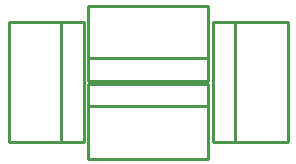
<source format=gto>
G75*
%MOIN*%
%OFA0B0*%
%FSLAX25Y25*%
%IPPOS*%
%LPD*%
%AMOC8*
5,1,8,0,0,1.08239X$1,22.5*
%
%ADD10C,0.01000*%
D10*
X0010500Y0016000D02*
X0010500Y0056000D01*
X0028000Y0056000D01*
X0028000Y0016000D01*
X0010500Y0016000D01*
X0028000Y0016000D02*
X0035500Y0016000D01*
X0035500Y0056000D01*
X0028000Y0056000D01*
X0037000Y0061500D02*
X0077000Y0061500D01*
X0077000Y0044000D01*
X0037000Y0044000D01*
X0037000Y0061500D01*
X0037000Y0044000D02*
X0037000Y0036500D01*
X0077000Y0036500D01*
X0077000Y0044000D01*
X0077000Y0035500D02*
X0077000Y0028000D01*
X0037000Y0028000D01*
X0037000Y0035500D01*
X0077000Y0035500D01*
X0077000Y0028000D02*
X0077000Y0010500D01*
X0037000Y0010500D01*
X0037000Y0028000D01*
X0078500Y0016000D02*
X0086000Y0016000D01*
X0086000Y0056000D01*
X0103500Y0056000D01*
X0103500Y0016000D01*
X0086000Y0016000D01*
X0078500Y0016000D02*
X0078500Y0056000D01*
X0086000Y0056000D01*
M02*

</source>
